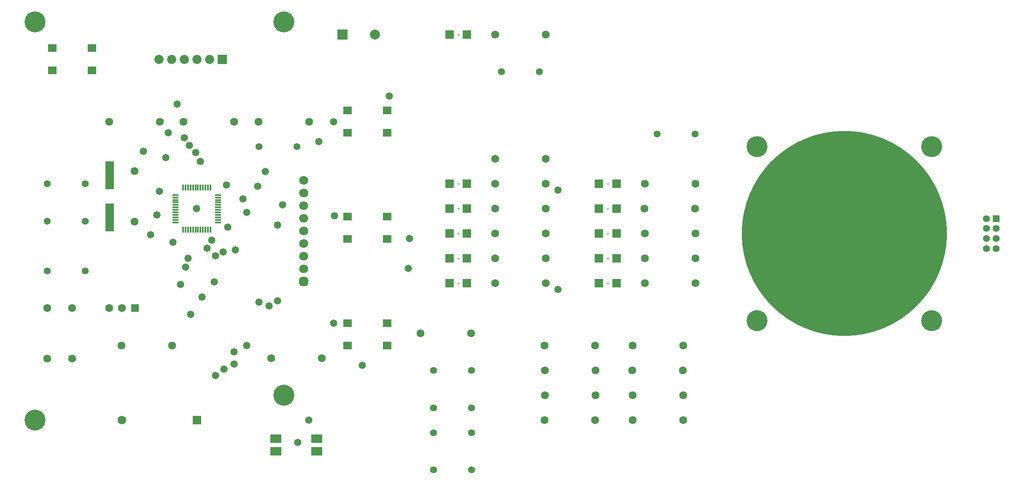
<source format=gts>
G04*
G04 #@! TF.GenerationSoftware,Altium Limited,Altium Designer,21.8.1 (53)*
G04*
G04 Layer_Color=8388736*
%FSLAX43Y43*%
%MOMM*%
G71*
G04*
G04 #@! TF.SameCoordinates,254FD313-6811-457E-9EF1-8F19C8A8C8A9*
G04*
G04*
G04 #@! TF.FilePolarity,Negative*
G04*
G01*
G75*
%ADD14C,0.100*%
%ADD16R,0.300X1.200*%
%ADD17R,1.200X0.300*%
%ADD21R,2.200X1.700*%
%ADD22R,1.753X1.503*%
%ADD23R,1.703X1.703*%
%ADD24R,1.703X5.703*%
%ADD25C,1.603*%
%ADD26C,1.403*%
%ADD27R,1.403X1.403*%
%ADD28R,1.840X1.840*%
%ADD29C,1.840*%
%ADD30C,2.000*%
%ADD31R,2.000X2.000*%
%ADD32R,1.603X1.603*%
%ADD33C,1.803*%
G04:AMPARAMS|DCode=34|XSize=1.803mm|YSize=1.803mm|CornerRadius=0.502mm|HoleSize=0mm|Usage=FLASHONLY|Rotation=90.000|XOffset=0mm|YOffset=0mm|HoleType=Round|Shape=RoundedRectangle|*
%AMROUNDEDRECTD34*
21,1,1.803,0.800,0,0,90.0*
21,1,0.800,1.803,0,0,90.0*
1,1,1.003,0.400,0.400*
1,1,1.003,0.400,-0.400*
1,1,1.003,-0.400,-0.400*
1,1,1.003,-0.400,0.400*
%
%ADD34ROUNDEDRECTD34*%
%ADD35C,1.750*%
%ADD36R,1.750X1.750*%
%ADD37C,1.473*%
%ADD38C,41.203*%
%ADD39C,4.203*%
D14*
X120000Y57300D02*
Y57700D01*
X119800Y57500D02*
X120200D01*
X120000Y52300D02*
Y52700D01*
X119800Y52500D02*
X120200D01*
X120000Y47300D02*
Y47700D01*
X119800Y47500D02*
X120200D01*
X120000Y42300D02*
Y42700D01*
X119800Y42500D02*
X120200D01*
X90000Y92300D02*
Y92700D01*
X89800Y92500D02*
X90200D01*
X90000Y62300D02*
Y62700D01*
X89800Y62500D02*
X90200D01*
X90000Y42300D02*
Y42700D01*
X89800Y42500D02*
X90200D01*
X90000Y57300D02*
Y57700D01*
X89800Y57500D02*
X90200D01*
X90000Y52300D02*
Y52700D01*
X89800Y52500D02*
X90200D01*
X90000Y47300D02*
Y47700D01*
X89800Y47500D02*
X90200D01*
X120000Y62300D02*
Y62700D01*
X119800Y62500D02*
X120200D01*
D16*
X34750Y61750D02*
D03*
X35250D02*
D03*
X35750D02*
D03*
X36250D02*
D03*
X36750D02*
D03*
X37250D02*
D03*
X37750D02*
D03*
X38250D02*
D03*
X38750D02*
D03*
X39250D02*
D03*
X39750D02*
D03*
X40250D02*
D03*
Y53250D02*
D03*
X39750D02*
D03*
X39250D02*
D03*
X38750D02*
D03*
X38250D02*
D03*
X37750D02*
D03*
X37250D02*
D03*
X36750D02*
D03*
X36250D02*
D03*
X35750D02*
D03*
X35250D02*
D03*
X34750D02*
D03*
D17*
X41750Y60250D02*
D03*
Y59750D02*
D03*
Y59250D02*
D03*
Y58750D02*
D03*
Y58250D02*
D03*
Y57750D02*
D03*
Y57250D02*
D03*
Y56750D02*
D03*
Y56250D02*
D03*
Y55750D02*
D03*
Y55250D02*
D03*
Y54750D02*
D03*
X33250D02*
D03*
Y55250D02*
D03*
Y55750D02*
D03*
Y56250D02*
D03*
Y56750D02*
D03*
Y57250D02*
D03*
Y57750D02*
D03*
Y58250D02*
D03*
Y58750D02*
D03*
Y59250D02*
D03*
Y59750D02*
D03*
Y60250D02*
D03*
D21*
X53400Y8730D02*
D03*
Y11270D02*
D03*
X61600D02*
D03*
Y8730D02*
D03*
D22*
X67805Y77282D02*
D03*
Y72782D02*
D03*
X75755Y77282D02*
D03*
Y72782D02*
D03*
Y51391D02*
D03*
Y55891D02*
D03*
X67805Y51391D02*
D03*
Y55891D02*
D03*
X75755Y30000D02*
D03*
Y34500D02*
D03*
X67805Y30000D02*
D03*
Y34500D02*
D03*
X8525Y89750D02*
D03*
Y85250D02*
D03*
X16475Y89750D02*
D03*
Y85250D02*
D03*
D23*
X118250Y57500D02*
D03*
X121750D02*
D03*
X118250Y52500D02*
D03*
X121750D02*
D03*
X118250Y47500D02*
D03*
X121750D02*
D03*
X118250Y42500D02*
D03*
X121750D02*
D03*
X88250Y92500D02*
D03*
X91750D02*
D03*
X88250Y62500D02*
D03*
X91750D02*
D03*
X88250Y42500D02*
D03*
X91750D02*
D03*
X88250Y57500D02*
D03*
X91750D02*
D03*
X88250Y52500D02*
D03*
X91750D02*
D03*
X88250Y47500D02*
D03*
X91750D02*
D03*
X118250Y62500D02*
D03*
X121750D02*
D03*
D24*
X20000Y55750D02*
D03*
Y64250D02*
D03*
D25*
X92580Y32500D02*
D03*
X82420D02*
D03*
X137500Y57500D02*
D03*
X127340D02*
D03*
X137580Y52500D02*
D03*
X127420D02*
D03*
X137580Y47500D02*
D03*
X127420D02*
D03*
X137580Y42500D02*
D03*
X127420D02*
D03*
X107340Y15000D02*
D03*
X117500D02*
D03*
X107420Y20000D02*
D03*
X117580D02*
D03*
X125000Y15000D02*
D03*
X135160D02*
D03*
X125000Y20000D02*
D03*
X135160D02*
D03*
X107580Y92500D02*
D03*
X97420D02*
D03*
X25000Y65080D02*
D03*
Y54920D02*
D03*
X107580Y62500D02*
D03*
X97420D02*
D03*
X107580Y42500D02*
D03*
X97420D02*
D03*
X107580Y57500D02*
D03*
X97420D02*
D03*
Y67500D02*
D03*
X107580D02*
D03*
Y52500D02*
D03*
X97420D02*
D03*
X107580Y47500D02*
D03*
X97420D02*
D03*
X107420Y25000D02*
D03*
X117580D02*
D03*
X137580Y62500D02*
D03*
X127420D02*
D03*
X124920Y25000D02*
D03*
X135080D02*
D03*
X107340Y30000D02*
D03*
X117500D02*
D03*
X60080Y75000D02*
D03*
X49920D02*
D03*
X125000Y30000D02*
D03*
X135160D02*
D03*
X7500Y37580D02*
D03*
Y27420D02*
D03*
X12500D02*
D03*
Y37580D02*
D03*
X32580Y30000D02*
D03*
X22420D02*
D03*
X45000Y75000D02*
D03*
X34840D02*
D03*
X30080D02*
D03*
X19920D02*
D03*
X52420Y27500D02*
D03*
X62580D02*
D03*
X19900Y37500D02*
D03*
X22500D02*
D03*
D26*
X196000Y51500D02*
D03*
Y53500D02*
D03*
Y49500D02*
D03*
Y55500D02*
D03*
X198000Y51500D02*
D03*
Y53500D02*
D03*
Y49500D02*
D03*
X106310Y85000D02*
D03*
X98690D02*
D03*
X85000Y17500D02*
D03*
X92620D02*
D03*
X85000Y12500D02*
D03*
X92620D02*
D03*
X85000Y5000D02*
D03*
X92620D02*
D03*
X7500Y55000D02*
D03*
X15120D02*
D03*
X7500Y62500D02*
D03*
X15120D02*
D03*
X137500Y72500D02*
D03*
X129880D02*
D03*
X57620Y70000D02*
D03*
X50000D02*
D03*
X92620Y25000D02*
D03*
X85000D02*
D03*
X15120Y45000D02*
D03*
X7500D02*
D03*
D27*
X198000Y55500D02*
D03*
D28*
X42580Y87500D02*
D03*
D29*
X40040D02*
D03*
X37500D02*
D03*
X34960D02*
D03*
X32420D02*
D03*
X29880D02*
D03*
D30*
X73250Y92500D02*
D03*
D31*
X66750D02*
D03*
D32*
X25100Y37500D02*
D03*
D33*
X59000Y63160D02*
D03*
Y60620D02*
D03*
Y58080D02*
D03*
Y53000D02*
D03*
Y47920D02*
D03*
Y45380D02*
D03*
Y50460D02*
D03*
Y55540D02*
D03*
D34*
Y42840D02*
D03*
D35*
X22500Y15000D02*
D03*
D36*
X37500D02*
D03*
D37*
X47500Y56750D02*
D03*
X46750Y59439D02*
D03*
X37484Y57500D02*
D03*
X40500Y51150D02*
D03*
X43500Y62250D02*
D03*
X33566Y78486D02*
D03*
X38234Y67000D02*
D03*
X37250Y68750D02*
D03*
X36000Y70250D02*
D03*
X35000Y71750D02*
D03*
X31750Y72750D02*
D03*
X31250Y67750D02*
D03*
X49750Y62000D02*
D03*
X51250Y65000D02*
D03*
X52000Y38000D02*
D03*
X53750Y39000D02*
D03*
Y54250D02*
D03*
X65130Y56069D02*
D03*
X65000Y34500D02*
D03*
Y75000D02*
D03*
X80000Y45500D02*
D03*
X80250Y51500D02*
D03*
X110000Y61250D02*
D03*
X62000Y71000D02*
D03*
X43750Y53766D02*
D03*
X42750Y48839D02*
D03*
X39586Y49531D02*
D03*
X50000Y38750D02*
D03*
X35734Y47500D02*
D03*
X35250Y45750D02*
D03*
X26750Y69000D02*
D03*
X29500Y56226D02*
D03*
X28250Y52250D02*
D03*
X30000Y61000D02*
D03*
X41000Y42750D02*
D03*
X38516Y39750D02*
D03*
X45250Y49250D02*
D03*
X41250Y48000D02*
D03*
X110000Y41250D02*
D03*
X54750Y58250D02*
D03*
X34250Y42250D02*
D03*
X45000Y28750D02*
D03*
X47500Y30000D02*
D03*
X70750Y26000D02*
D03*
X32750Y50750D02*
D03*
X45000Y26250D02*
D03*
X36250Y36250D02*
D03*
X43000Y25250D02*
D03*
X41250Y24000D02*
D03*
X60000Y15000D02*
D03*
X57810Y10533D02*
D03*
X76149Y80137D02*
D03*
D38*
X167500Y52500D02*
D03*
D39*
X150000Y35000D02*
D03*
X185000D02*
D03*
Y70000D02*
D03*
X150000D02*
D03*
X55000Y95000D02*
D03*
X5000D02*
D03*
X55000Y20000D02*
D03*
X5000Y15000D02*
D03*
M02*

</source>
